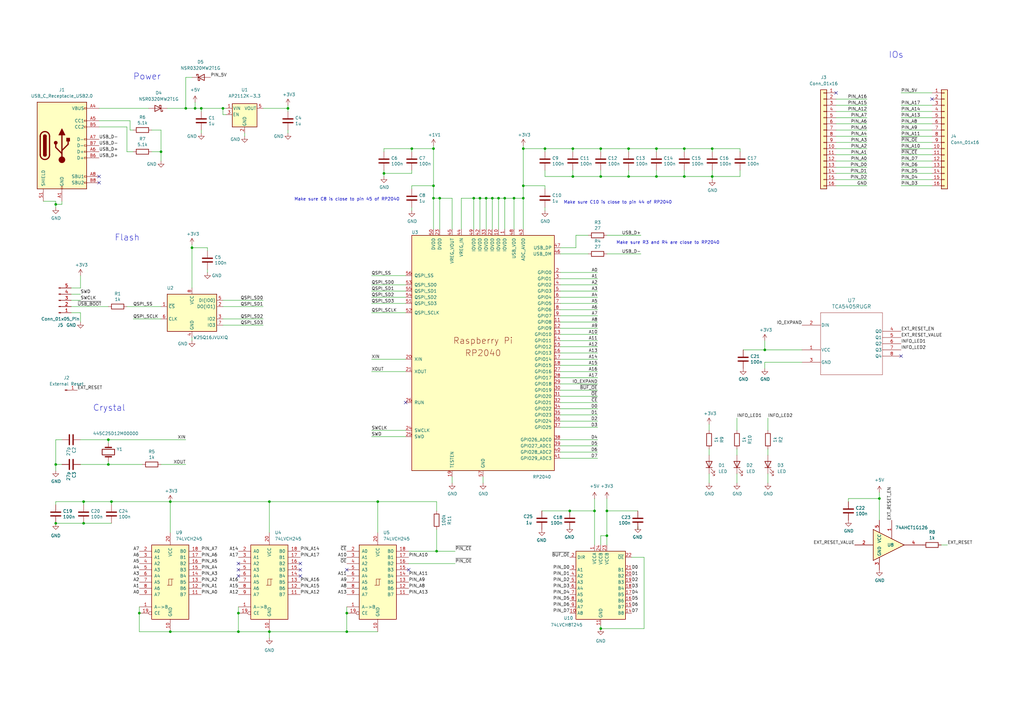
<source format=kicad_sch>
(kicad_sch (version 20231120) (generator "eeschema") (generator_version "8.0")
  (paper "A3")
  (title_block (title "PicoROM - ROM Emulator") (date "2023-07-09") (rev "1.7") (company "Martin Donlon (@wickerwaka)") (comment 1 "Based on RP2040 minimal example"))
  (junction (at 257.81 60.96))
  (junction (at 78.74 101.6))
  (junction (at 248.92 209.55))
  (junction (at 269.24 60.96))
  (junction (at 157.48 71.12))
  (junction (at 22.86 83.82))
  (junction (at 246.38 72.39))
  (junction (at 248.92 219.71))
  (junction (at 45.72 205.74))
  (junction (at 44.45 180.34))
  (junction (at 142.24 259.08))
  (junction (at 168.91 60.96))
  (junction (at 234.95 60.96))
  (junction (at 22.86 214.63))
  (junction (at 22.86 190.5))
  (junction (at 257.81 72.39))
  (junction (at 118.11 44.45))
  (junction (at 97.79 259.08))
  (junction (at 69.85 205.74))
  (junction (at 57.15 251.46))
  (junction (at 80.01 44.45))
  (junction (at 223.52 60.96))
  (junction (at 194.31 81.28))
  (junction (at 280.67 60.96))
  (junction (at 69.85 259.08))
  (junction (at 82.55 44.45))
  (junction (at 179.07 226.06))
  (junction (at 110.49 259.08))
  (junction (at 177.8 60.96))
  (junction (at 142.24 251.46))
  (junction (at 214.63 81.28))
  (junction (at 199.39 81.28))
  (junction (at 243.84 209.55))
  (junction (at 214.63 76.2))
  (junction (at 313.69 143.51))
  (junction (at 292.1 60.96))
  (junction (at 292.1 72.39))
  (junction (at 214.63 60.96))
  (junction (at 269.24 72.39))
  (junction (at 233.68 209.55))
  (junction (at 196.85 81.28))
  (junction (at 97.79 251.46))
  (junction (at 210.82 81.28))
  (junction (at 280.67 72.39))
  (junction (at 177.8 76.2))
  (junction (at 34.29 205.74))
  (junction (at 76.2 44.45))
  (junction (at 360.68 204.47))
  (junction (at 234.95 72.39))
  (junction (at 180.34 81.28))
  (junction (at 91.44 44.45))
  (junction (at 207.01 81.28))
  (junction (at 204.47 81.28))
  (junction (at 34.29 214.63))
  (junction (at 44.45 190.5))
  (junction (at 246.38 257.81))
  (junction (at 201.93 81.28))
  (junction (at 154.94 205.74))
  (junction (at 246.38 60.96))
  (junction (at 110.49 205.74))
  (junction (at 177.8 81.28))
  (junction (at 66.04 62.23))
  (no_connect (at 166.37 165.1))
  (no_connect (at 40.64 72.39))
  (no_connect (at 97.79 236.22))
  (no_connect (at 342.9 38.1))
  (no_connect (at 167.64 233.68))
  (no_connect (at 97.79 231.14))
  (no_connect (at 40.64 74.93))
  (no_connect (at 97.79 233.68))
  (no_connect (at 123.19 233.68))
  (no_connect (at 123.19 236.22))
  (no_connect (at 142.24 233.68))
  (no_connect (at 382.27 40.64))
  (no_connect (at 123.19 231.14))
  (no_connect (at 369.57 146.05))
  (wire (pts (xy 100.33 54.61) (xy 100.33 55.88)))
  (wire (pts (xy 313.69 139.7) (xy 313.69 143.51)))
  (wire (pts (xy 166.37 152.4) (xy 152.4 152.4)))
  (wire (pts (xy 85.09 110.49) (xy 85.09 111.76)))
  (wire (pts (xy 303.53 62.23) (xy 303.53 60.96)))
  (wire (pts (xy 269.24 69.85) (xy 269.24 72.39)))
  (wire (pts (xy 355.6 63.5) (xy 342.9 63.5)))
  (wire (pts (xy 45.72 205.74) (xy 34.29 205.74)))
  (wire (pts (xy 80.01 41.91) (xy 80.01 44.45)))
  (wire (pts (xy 233.68 215.9) (xy 233.68 217.17)))
  (wire (pts (xy 229.87 167.64) (xy 245.11 167.64)))
  (wire (pts (xy 369.57 58.42) (xy 382.27 58.42)))
  (wire (pts (xy 157.48 60.96) (xy 168.91 60.96)))
  (wire (pts (xy 369.57 68.58) (xy 382.27 68.58)))
  (wire (pts (xy 185.42 195.58) (xy 185.42 198.12)))
  (wire (pts (xy 302.26 171.45) (xy 302.26 176.53)))
  (wire (pts (xy 107.95 44.45) (xy 118.11 44.45)))
  (wire (pts (xy 33.02 190.5) (xy 44.45 190.5)))
  (wire (pts (xy 347.98 205.74) (xy 347.98 204.47)))
  (wire (pts (xy 40.64 52.07) (xy 52.07 52.07)))
  (wire (pts (xy 229.87 111.76) (xy 245.11 111.76)))
  (wire (pts (xy 29.21 120.65) (xy 33.02 120.65)))
  (wire (pts (xy 229.87 101.6) (xy 236.22 101.6)))
  (wire (pts (xy 194.31 93.98) (xy 194.31 81.28)))
  (wire (pts (xy 157.48 62.23) (xy 157.48 60.96)))
  (wire (pts (xy 91.44 44.45) (xy 91.44 46.99)))
  (wire (pts (xy 222.25 209.55) (xy 233.68 209.55)))
  (wire (pts (xy 229.87 149.86) (xy 245.11 149.86)))
  (wire (pts (xy 22.86 180.34) (xy 22.86 190.5)))
  (wire (pts (xy 91.44 123.19) (xy 107.95 123.19)))
  (wire (pts (xy 34.29 205.74) (xy 34.29 207.01)))
  (wire (pts (xy 92.71 46.99) (xy 91.44 46.99)))
  (wire (pts (xy 229.87 160.02) (xy 245.11 160.02)))
  (wire (pts (xy 248.92 209.55) (xy 261.62 209.55)))
  (wire (pts (xy 92.71 44.45) (xy 91.44 44.45)))
  (wire (pts (xy 229.87 142.24) (xy 245.11 142.24)))
  (wire (pts (xy 196.85 81.28) (xy 199.39 81.28)))
  (wire (pts (xy 177.8 81.28) (xy 177.8 93.98)))
  (wire (pts (xy 152.4 179.07) (xy 166.37 179.07)))
  (wire (pts (xy 57.15 259.08) (xy 69.85 259.08)))
  (wire (pts (xy 355.6 60.96) (xy 342.9 60.96)))
  (wire (pts (xy 40.64 49.53) (xy 53.34 49.53)))
  (wire (pts (xy 177.8 59.69) (xy 177.8 60.96)))
  (wire (pts (xy 199.39 81.28) (xy 201.93 81.28)))
  (wire (pts (xy 229.87 116.84) (xy 245.11 116.84)))
  (wire (pts (xy 229.87 144.78) (xy 245.11 144.78)))
  (wire (pts (xy 369.57 45.72) (xy 382.27 45.72)))
  (wire (pts (xy 229.87 172.72) (xy 245.11 172.72)))
  (wire (pts (xy 328.93 148.59) (xy 313.69 148.59)))
  (wire (pts (xy 22.86 205.74) (xy 22.86 207.01)))
  (wire (pts (xy 229.87 187.96) (xy 245.11 187.96)))
  (wire (pts (xy 40.64 44.45) (xy 60.96 44.45)))
  (wire (pts (xy 82.55 45.72) (xy 82.55 44.45)))
  (wire (pts (xy 207.01 81.28) (xy 210.82 81.28)))
  (wire (pts (xy 236.22 96.52) (xy 241.3 96.52)))
  (wire (pts (xy 44.45 180.34) (xy 76.2 180.34)))
  (wire (pts (xy 229.87 119.38) (xy 245.11 119.38)))
  (wire (pts (xy 22.86 82.55) (xy 22.86 83.82)))
  (wire (pts (xy 355.6 48.26) (xy 342.9 48.26)))
  (wire (pts (xy 168.91 62.23) (xy 168.91 60.96)))
  (wire (pts (xy 85.09 101.6) (xy 78.74 101.6)))
  (wire (pts (xy 207.01 81.28) (xy 207.01 93.98)))
  (wire (pts (xy 29.21 123.19) (xy 33.02 123.19)))
  (wire (pts (xy 269.24 60.96) (xy 280.67 60.96)))
  (wire (pts (xy 177.8 76.2) (xy 177.8 81.28)))
  (wire (pts (xy 25.4 180.34) (xy 22.86 180.34)))
  (wire (pts (xy 22.86 83.82) (xy 22.86 85.09)))
  (wire (pts (xy 185.42 81.28) (xy 180.34 81.28)))
  (wire (pts (xy 246.38 62.23) (xy 246.38 60.96)))
  (wire (pts (xy 69.85 259.08) (xy 97.79 259.08)))
  (wire (pts (xy 292.1 72.39) (xy 303.53 72.39)))
  (wire (pts (xy 152.4 147.32) (xy 166.37 147.32)))
  (wire (pts (xy 168.91 60.96) (xy 177.8 60.96)))
  (wire (pts (xy 246.38 69.85) (xy 246.38 72.39)))
  (wire (pts (xy 214.63 76.2) (xy 223.52 76.2)))
  (wire (pts (xy 280.67 60.96) (xy 292.1 60.96)))
  (wire (pts (xy 69.85 205.74) (xy 69.85 218.44)))
  (wire (pts (xy 292.1 60.96) (xy 303.53 60.96)))
  (wire (pts (xy 76.2 31.75) (xy 78.74 31.75)))
  (wire (pts (xy 347.98 204.47) (xy 360.68 204.47)))
  (wire (pts (xy 97.79 251.46) (xy 97.79 259.08)))
  (wire (pts (xy 257.81 69.85) (xy 257.81 72.39)))
  (wire (pts (xy 229.87 134.62) (xy 245.11 134.62)))
  (wire (pts (xy 167.64 226.06) (xy 179.07 226.06)))
  (wire (pts (xy 180.34 81.28) (xy 177.8 81.28)))
  (wire (pts (xy 52.07 62.23) (xy 54.61 62.23)))
  (wire (pts (xy 229.87 154.94) (xy 245.11 154.94)))
  (wire (pts (xy 34.29 214.63) (xy 45.72 214.63)))
  (wire (pts (xy 229.87 114.3) (xy 245.11 114.3)))
  (wire (pts (xy 76.2 44.45) (xy 80.01 44.45)))
  (wire (pts (xy 243.84 209.55) (xy 243.84 223.52)))
  (wire (pts (xy 45.72 205.74) (xy 69.85 205.74)))
  (wire (pts (xy 167.64 231.14) (xy 186.69 231.14)))
  (wire (pts (xy 152.4 119.38) (xy 166.37 119.38)))
  (wire (pts (xy 194.31 81.28) (xy 196.85 81.28)))
  (wire (pts (xy 369.57 63.5) (xy 382.27 63.5)))
  (wire (pts (xy 303.53 69.85) (xy 303.53 72.39)))
  (wire (pts (xy 29.21 125.73) (xy 44.45 125.73)))
  (wire (pts (xy 355.6 71.12) (xy 342.9 71.12)))
  (wire (pts (xy 313.69 148.59) (xy 313.69 151.13)))
  (wire (pts (xy 29.21 128.27) (xy 33.02 128.27)))
  (wire (pts (xy 52.07 125.73) (xy 66.04 125.73)))
  (wire (pts (xy 214.63 59.69) (xy 214.63 60.96)))
  (wire (pts (xy 91.44 133.35) (xy 107.95 133.35)))
  (wire (pts (xy 157.48 71.12) (xy 168.91 71.12)))
  (wire (pts (xy 29.21 118.11) (xy 33.02 118.11)))
  (wire (pts (xy 196.85 93.98) (xy 196.85 81.28)))
  (wire (pts (xy 223.52 77.47) (xy 223.52 76.2)))
  (wire (pts (xy 360.68 201.93) (xy 360.68 204.47)))
  (wire (pts (xy 33.02 180.34) (xy 44.45 180.34)))
  (wire (pts (xy 54.61 130.81) (xy 66.04 130.81)))
  (wire (pts (xy 44.45 189.23) (xy 44.45 190.5)))
  (wire (pts (xy 257.81 62.23) (xy 257.81 60.96)))
  (wire (pts (xy 229.87 180.34) (xy 245.11 180.34)))
  (wire (pts (xy 179.07 226.06) (xy 186.69 226.06)))
  (wire (pts (xy 229.87 129.54) (xy 245.11 129.54)))
  (wire (pts (xy 246.38 219.71) (xy 246.38 223.52)))
  (wire (pts (xy 269.24 72.39) (xy 257.81 72.39)))
  (wire (pts (xy 33.02 118.11) (xy 33.02 113.03)))
  (wire (pts (xy 290.83 184.15) (xy 290.83 186.69)))
  (wire (pts (xy 248.92 209.55) (xy 248.92 219.71)))
  (wire (pts (xy 355.6 45.72) (xy 342.9 45.72)))
  (wire (pts (xy 229.87 170.18) (xy 245.11 170.18)))
  (wire (pts (xy 91.44 44.45) (xy 82.55 44.45)))
  (wire (pts (xy 152.4 124.46) (xy 166.37 124.46)))
  (wire (pts (xy 44.45 190.5) (xy 58.42 190.5)))
  (wire (pts (xy 68.58 44.45) (xy 76.2 44.45)))
  (wire (pts (xy 78.74 100.33) (xy 78.74 101.6)))
  (wire (pts (xy 292.1 72.39) (xy 292.1 73.66)))
  (wire (pts (xy 229.87 104.14) (xy 241.3 104.14)))
  (wire (pts (xy 314.96 171.45) (xy 314.96 176.53)))
  (wire (pts (xy 22.86 214.63) (xy 34.29 214.63)))
  (wire (pts (xy 204.47 81.28) (xy 207.01 81.28)))
  (wire (pts (xy 369.57 43.18) (xy 382.27 43.18)))
  (wire (pts (xy 97.79 259.08) (xy 110.49 259.08)))
  (wire (pts (xy 369.57 76.2) (xy 382.27 76.2)))
  (wire (pts (xy 179.07 209.55) (xy 179.07 205.74)))
  (wire (pts (xy 243.84 204.47) (xy 243.84 209.55)))
  (wire (pts (xy 229.87 124.46) (xy 245.11 124.46)))
  (wire (pts (xy 229.87 162.56) (xy 245.11 162.56)))
  (wire (pts (xy 248.92 219.71) (xy 246.38 219.71)))
  (wire (pts (xy 82.55 53.34) (xy 82.55 54.61)))
  (wire (pts (xy 229.87 185.42) (xy 245.11 185.42)))
  (wire (pts (xy 223.52 85.09) (xy 223.52 86.36)))
  (wire (pts (xy 355.6 73.66) (xy 342.9 73.66)))
  (wire (pts (xy 214.63 81.28) (xy 214.63 93.98)))
  (wire (pts (xy 369.57 71.12) (xy 382.27 71.12)))
  (wire (pts (xy 57.15 248.92) (xy 57.15 251.46)))
  (wire (pts (xy 22.86 190.5) (xy 22.86 193.04)))
  (wire (pts (xy 189.23 93.98) (xy 189.23 81.28)))
  (wire (pts (xy 177.8 60.96) (xy 177.8 76.2)))
  (wire (pts (xy 229.87 121.92) (xy 245.11 121.92)))
  (wire (pts (xy 302.26 194.31) (xy 302.26 198.12)))
  (wire (pts (xy 248.92 204.47) (xy 248.92 209.55)))
  (wire (pts (xy 280.67 62.23) (xy 280.67 60.96)))
  (wire (pts (xy 204.47 93.98) (xy 204.47 81.28)))
  (wire (pts (xy 44.45 181.61) (xy 44.45 180.34)))
  (wire (pts (xy 369.57 53.34) (xy 382.27 53.34)))
  (wire (pts (xy 257.81 60.96) (xy 269.24 60.96)))
  (wire (pts (xy 152.4 176.53) (xy 166.37 176.53)))
  (wire (pts (xy 210.82 93.98) (xy 210.82 81.28)))
  (wire (pts (xy 234.95 69.85) (xy 234.95 72.39)))
  (wire (pts (xy 369.57 38.1) (xy 382.27 38.1)))
  (wire (pts (xy 91.44 125.73) (xy 107.95 125.73)))
  (wire (pts (xy 198.12 195.58) (xy 198.12 198.12)))
  (wire (pts (xy 248.92 219.71) (xy 248.92 223.52)))
  (wire (pts (xy 233.68 209.55) (xy 243.84 209.55)))
  (wire (pts (xy 369.57 50.8) (xy 382.27 50.8)))
  (wire (pts (xy 76.2 31.75) (xy 76.2 44.45)))
  (wire (pts (xy 53.34 49.53) (xy 53.34 53.34)))
  (wire (pts (xy 168.91 77.47) (xy 168.91 76.2)))
  (wire (pts (xy 25.4 82.55) (xy 25.4 83.82)))
  (wire (pts (xy 246.38 60.96) (xy 257.81 60.96)))
  (wire (pts (xy 168.91 85.09) (xy 168.91 86.36)))
  (wire (pts (xy 248.92 104.14) (xy 262.89 104.14)))
  (wire (pts (xy 179.07 217.17) (xy 179.07 226.06)))
  (wire (pts (xy 355.6 76.2) (xy 342.9 76.2)))
  (wire (pts (xy 210.82 81.28) (xy 214.63 81.28)))
  (wire (pts (xy 355.6 50.8) (xy 342.9 50.8)))
  (wire (pts (xy 168.91 76.2) (xy 177.8 76.2)))
  (wire (pts (xy 386.08 223.52) (xy 388.62 223.52)))
  (wire (pts (xy 246.38 257.81) (xy 246.38 256.54)))
  (wire (pts (xy 302.26 184.15) (xy 302.26 186.69)))
  (wire (pts (xy 66.04 190.5) (xy 76.2 190.5)))
  (wire (pts (xy 66.04 53.34) (xy 66.04 62.23)))
  (wire (pts (xy 257.81 72.39) (xy 246.38 72.39)))
  (wire (pts (xy 290.83 194.31) (xy 290.83 198.12)))
  (wire (pts (xy 355.6 58.42) (xy 342.9 58.42)))
  (wire (pts (xy 22.86 82.55) (xy 17.78 82.55)))
  (wire (pts (xy 52.07 52.07) (xy 52.07 62.23)))
  (wire (pts (xy 229.87 127) (xy 245.11 127)))
  (wire (pts (xy 78.74 138.43) (xy 78.74 139.7)))
  (wire (pts (xy 33.02 128.27) (xy 33.02 132.08)))
  (wire (pts (xy 168.91 71.12) (xy 168.91 69.85)))
  (wire (pts (xy 214.63 60.96) (xy 223.52 60.96)))
  (wire (pts (xy 292.1 69.85) (xy 292.1 72.39)))
  (wire (pts (xy 91.44 130.81) (xy 107.95 130.81)))
  (wire (pts (xy 259.08 228.6) (xy 264.16 228.6)))
  (wire (pts (xy 264.16 228.6) (xy 264.16 257.81)))
  (wire (pts (xy 236.22 96.52) (xy 236.22 101.6)))
  (wire (pts (xy 22.86 205.74) (xy 34.29 205.74)))
  (wire (pts (xy 328.93 143.51) (xy 313.69 143.51)))
  (wire (pts (xy 62.23 53.34) (xy 66.04 53.34)))
  (wire (pts (xy 234.95 62.23) (xy 234.95 60.96)))
  (wire (pts (xy 229.87 147.32) (xy 245.11 147.32)))
  (wire (pts (xy 118.11 53.34) (xy 118.11 54.61)))
  (wire (pts (xy 234.95 60.96) (xy 246.38 60.96)))
  (wire (pts (xy 360.68 204.47) (xy 360.68 213.36)))
  (wire (pts (xy 355.6 66.04) (xy 342.9 66.04)))
  (wire (pts (xy 261.62 215.9) (xy 261.62 217.17)))
  (wire (pts (xy 229.87 157.48) (xy 245.11 157.48)))
  (wire (pts (xy 25.4 83.82) (xy 22.86 83.82)))
  (wire (pts (xy 264.16 257.81) (xy 246.38 257.81)))
  (wire (pts (xy 248.92 96.52) (xy 262.89 96.52)))
  (wire (pts (xy 180.34 93.98) (xy 180.34 81.28)))
  (wire (pts (xy 229.87 152.4) (xy 245.11 152.4)))
  (wire (pts (xy 157.48 71.12) (xy 157.48 72.39)))
  (wire (pts (xy 355.6 43.18) (xy 342.9 43.18)))
  (wire (pts (xy 110.49 259.08) (xy 142.24 259.08)))
  (wire (pts (xy 201.93 93.98) (xy 201.93 81.28)))
  (wire (pts (xy 110.49 259.08) (xy 110.49 261.62)))
  (wire (pts (xy 154.94 205.74) (xy 154.94 218.44)))
  (wire (pts (xy 229.87 175.26) (xy 245.11 175.26)))
  (wire (pts (xy 69.85 205.74) (xy 110.49 205.74)))
  (wire (pts (xy 45.72 207.01) (xy 45.72 205.74)))
  (wire (pts (xy 369.57 48.26) (xy 382.27 48.26)))
  (wire (pts (xy 223.52 62.23) (xy 223.52 60.96)))
  (wire (pts (xy 80.01 44.45) (xy 82.55 44.45)))
  (wire (pts (xy 314.96 194.31) (xy 314.96 198.12)))
  (wire (pts (xy 214.63 76.2) (xy 214.63 81.28)))
  (wire (pts (xy 189.23 81.28) (xy 194.31 81.28)))
  (wire (pts (xy 78.74 101.6) (xy 78.74 118.11)))
  (wire (pts (xy 280.67 72.39) (xy 269.24 72.39)))
  (wire (pts (xy 223.52 69.85) (xy 223.52 72.39)))
  (wire (pts (xy 214.63 60.96) (xy 214.63 76.2)))
  (wire (pts (xy 229.87 165.1) (xy 245.11 165.1)))
  (wire (pts (xy 292.1 62.23) (xy 292.1 60.96)))
  (wire (pts (xy 355.6 40.64) (xy 342.9 40.64)))
  (wire (pts (xy 280.67 69.85) (xy 280.67 72.39)))
  (wire (pts (xy 118.11 44.45) (xy 118.11 43.18)))
  (wire (pts (xy 201.93 81.28) (xy 204.47 81.28)))
  (wire (pts (xy 179.07 205.74) (xy 154.94 205.74)))
  (wire (pts (xy 110.49 205.74) (xy 110.49 218.44)))
  (wire (pts (xy 229.87 182.88) (xy 245.11 182.88)))
  (wire (pts (xy 369.57 55.88) (xy 382.27 55.88)))
  (wire (pts (xy 25.4 190.5) (xy 22.86 190.5)))
  (wire (pts (xy 66.04 62.23) (xy 62.23 62.23)))
  (wire (pts (xy 355.6 68.58) (xy 342.9 68.58)))
  (wire (pts (xy 246.38 72.39) (xy 234.95 72.39)))
  (wire (pts (xy 229.87 139.7) (xy 245.11 139.7)))
  (wire (pts (xy 269.24 62.23) (xy 269.24 60.96)))
  (wire (pts (xy 185.42 93.98) (xy 185.42 81.28)))
  (wire (pts (xy 142.24 259.08) (xy 154.94 259.08)))
  (wire (pts (xy 166.37 128.27) (xy 152.4 128.27)))
  (wire (pts (xy 234.95 72.39) (xy 223.52 72.39)))
  (wire (pts (xy 157.48 69.85) (xy 157.48 71.12)))
  (wire (pts (xy 369.57 60.96) (xy 382.27 60.96)))
  (wire (pts (xy 314.96 184.15) (xy 314.96 186.69)))
  (wire (pts (xy 152.4 121.92) (xy 166.37 121.92)))
  (wire (pts (xy 142.24 251.46) (xy 142.24 259.08)))
  (wire (pts (xy 152.4 116.84) (xy 166.37 116.84)))
  (wire (pts (xy 229.87 137.16) (xy 245.11 137.16)))
  (wire (pts (xy 355.6 53.34) (xy 342.9 53.34)))
  (wire (pts (xy 85.09 102.87) (xy 85.09 101.6)))
  (wire (pts (xy 110.49 205.74) (xy 154.94 205.74)))
  (wire (pts (xy 53.34 53.34) (xy 54.61 53.34)))
  (wire (pts (xy 118.11 45.72) (xy 118.11 44.45)))
  (wire (pts (xy 66.04 62.23) (xy 66.04 66.04)))
  (wire (pts (xy 97.79 248.92) (xy 97.79 251.46)))
  (wire (pts (xy 199.39 93.98) (xy 199.39 81.28)))
  (wire (pts (xy 57.15 251.46) (xy 57.15 259.08)))
  (wire (pts (xy 229.87 132.08) (xy 245.11 132.08)))
  (wire (pts (xy 355.6 55.88) (xy 342.9 55.88)))
  (wire (pts (xy 142.24 248.92) (xy 142.24 251.46)))
  (wire (pts (xy 280.67 72.39) (xy 292.1 72.39)))
  (wire (pts (xy 223.52 60.96) (xy 234.95 60.96)))
  (wire (pts (xy 290.83 173.99) (xy 290.83 176.53)))
  (wire (pts (xy 304.8 143.51) (xy 313.69 143.51)))
  (wire (pts (xy 166.37 113.03) (xy 152.4 113.03)))
  (wire (pts (xy 369.57 73.66) (xy 382.27 73.66)))
  (wire (pts (xy 369.57 66.04) (xy 382.27 66.04)))
  (text "Flash" (at 46.99 99.06 0) (effects (font (size 2.54 2.54)) (justify left bottom)))
  (text "Power" (at 54.61 33.02 0) (effects (font (size 2.54 2.54)) (justify left bottom)))
  (text "Make sure R3 and R4 are close to RP2040" (at 252.73 100.33 0) (effects (font (size 1.27 1.27)) (justify left bottom)))
  (text "Crystal" (at 38.1 168.91 0) (effects (font (size 2.54 2.54)) (justify left bottom)))
  (text "IOs" (at 364.49 24.13 0) (effects (font (size 2.54 2.54)) (justify left bottom)))
  (text "Make sure C8 is close to pin 45 of RP2040" (at 120.65 82.55 0) (effects (font (size 1.27 1.27)) (justify left bottom)))
  (text "Make sure C10 is close to pin 44 of RP2040" (at 231.14 83.82 0) (effects (font (size 1.27 1.27)) (justify left bottom)))
  (label "A3" (at 57.15 236.22 180))
  (label "PIN_A1" (at 82.55 241.3 0))
  (label "PIN_A5" (at 82.55 231.14 0))
  (label "PIN_A2" (at 82.55 238.76 0))
  (label "PIN_A4" (at 82.55 233.68 0))
  (label "D7" (at 259.08 251.46 0))
  (label "D2" (at 259.08 238.76 0))
  (label "XOUT" (at 76.2 190.5 180))
  (label "PIN_A13" (at 167.64 243.84 0))
  (label "PIN_D1" (at 233.68 236.22 180))
  (label "A8" (at 245.11 132.08 180))
  (label "~{USB_BOOT}" (at 31.75 125.73 0))
  (label "PIN_A17" (at 369.57 43.18 0))
  (label "A1" (at 245.11 114.3 180))
  (label "~{BUF_OE}" (at 245.11 160.02 180))
  (label "A2" (at 57.15 238.76 180))
  (label "QSPI_SD3" (at 152.4 124.46 0))
  (label "USB_D+" (at 40.64 64.77 0))
  (label "PIN_5V" (at 369.57 38.1 0))
  (label "D5" (at 245.11 182.88 180))
  (label "INFO_LED1" (at 302.26 171.45 0))
  (label "PIN_A4" (at 355.6 55.88 180))
  (label "A17" (at 97.79 228.6 180))
  (label "USB_D+" (at 40.64 62.23 0))
  (label "PIN_D6" (at 369.57 68.58 0))
  (label "EXT_RESET_EN" (at 369.57 135.89 0))
  (label "XOUT" (at 152.4 152.4 0))
  (label "PIN_A1" (at 355.6 63.5 180))
  (label "D6" (at 245.11 185.42 180))
  (label "QSPI_SD0" (at 152.4 116.84 0))
  (label "PIN_A0" (at 355.6 66.04 180))
  (label "A0" (at 245.11 111.76 180))
  (label "PIN_D2" (at 355.6 73.66 180))
  (label "SWCLK" (at 33.02 123.19 0))
  (label "A2" (at 245.11 116.84 180))
  (label "D3" (at 245.11 175.26 180))
  (label "A0" (at 57.15 243.84 180))
  (label "A11" (at 245.11 139.7 180))
  (label "QSPI_SD0" (at 107.95 123.19 180))
  (label "SWCLK" (at 152.4 176.53 0))
  (label "A16" (at 97.79 238.76 180))
  (label "D4" (at 245.11 180.34 180))
  (label "D7" (at 245.11 187.96 180))
  (label "PIN_5V" (at 86.36 31.75 0))
  (label "EXT_RESET" (at 388.62 223.52 0))
  (label "PIN_D0" (at 233.68 233.68 180))
  (label "A12" (at 97.79 243.84 180))
  (label "IO_EXPAND" (at 328.93 133.35 180))
  (label "A10" (at 245.11 137.16 180))
  (label "A5" (at 245.11 124.46 180))
  (label "A12" (at 245.11 142.24 180))
  (label "~{CE}" (at 142.24 226.06 180))
  (label "PIN_A5" (at 355.6 53.34 180))
  (label "USB_D-" (at 262.89 104.14 180))
  (label "PIN_A2" (at 355.6 60.96 180))
  (label "PIN_A11" (at 369.57 55.88 0))
  (label "PIN_A12" (at 123.19 243.84 0))
  (label "PIN_A3" (at 355.6 58.42 180))
  (label "PIN_A8" (at 167.64 241.3 0))
  (label "SWD" (at 33.02 120.65 0))
  (label "PIN_A8" (at 369.57 50.8 0))
  (label "QSPI_SD1" (at 107.95 125.73 180))
  (label "PIN_D3" (at 233.68 241.3 180))
  (label "D0" (at 259.08 233.68 0))
  (label "~{CE}" (at 245.11 165.1 180))
  (label "PIN_A7" (at 355.6 48.26 180))
  (label "SWD" (at 152.4 179.07 0))
  (label "PIN_A6" (at 355.6 50.8 180))
  (label "EXT_RESET_EN" (at 365.76 213.36 90))
  (label "PIN_A6" (at 82.55 228.6 0))
  (label "A4" (at 245.11 121.92 180))
  (label "A13" (at 245.11 144.78 180))
  (label "QSPI_SS" (at 152.4 113.03 0))
  (label "PIN_A10" (at 369.57 60.96 0))
  (label "USB_D-" (at 40.64 59.69 0))
  (label "PIN_D3" (at 369.57 76.2 0))
  (label "A1" (at 57.15 241.3 180))
  (label "QSPI_SCLK" (at 54.61 130.81 0))
  (label "QSPI_SD3" (at 107.95 133.35 180))
  (label "PIN_A11" (at 167.64 236.22 0))
  (label "QSPI_SS" (at 54.61 125.73 0))
  (label "PIN_D4" (at 369.57 73.66 0))
  (label "PIN_A9" (at 369.57 53.34 0))
  (label "D1" (at 245.11 170.18 180))
  (label "~{BUF_OE}" (at 233.68 228.6 180))
  (label "PIN_A10" (at 167.64 228.6 0))
  (label "IO_EXPAND" (at 245.11 157.48 180))
  (label "PIN_A12" (at 355.6 45.72 180))
  (label "XIN" (at 76.2 180.34 180))
  (label "PIN_A3" (at 82.55 236.22 0))
  (label "PIN_A13" (at 369.57 48.26 0))
  (label "PIN_A16" (at 123.19 238.76 0))
  (label "~{PIN_OE}" (at 369.57 58.42 0))
  (label "EXT_RESET_VALUE" (at 369.57 138.43 0))
  (label "A9" (at 142.24 238.76 180))
  (label "INFO_LED2" (at 314.96 171.45 0))
  (label "D2" (at 245.11 172.72 180))
  (label "A13" (at 142.24 243.84 180))
  (label "~{OE}" (at 142.24 231.14 180))
  (label "A15" (at 245.11 149.86 180))
  (label "~{PIN_CE}" (at 186.69 226.06 0))
  (label "D3" (at 259.08 241.3 0))
  (label "~{OE}" (at 245.11 162.56 180))
  (label "XIN" (at 152.4 147.32 0))
  (label "A16" (at 245.11 152.4 180))
  (label "PIN_A14" (at 123.19 226.06 0))
  (label "A14" (at 245.11 147.32 180))
  (label "A14" (at 97.79 226.06 180))
  (label "EXT_RESET_VALUE" (at 350.52 223.52 180))
  (label "A5" (at 57.15 231.14 180))
  (label "INFO_LED2" (at 369.57 143.51 0))
  (label "PIN_A7" (at 82.55 226.06 0))
  (label "PIN_D5" (at 233.68 246.38 180))
  (label "PIN_A16" (at 355.6 40.64 180))
  (label "PIN_A15" (at 123.19 241.3 0))
  (label "QSPI_SD2" (at 107.95 130.81 180))
  (label "A6" (at 57.15 228.6 180))
  (label "PIN_D7" (at 369.57 66.04 0))
  (label "D1" (at 259.08 236.22 0))
  (label "QSPI_SD1" (at 152.4 119.38 0))
  (label "A10" (at 142.24 228.6 180))
  (label "PIN_D4" (at 233.68 243.84 180))
  (label "USB_D-" (at 40.64 57.15 0))
  (label "A6" (at 245.11 127 180))
  (label "A7" (at 245.11 129.54 180))
  (label "~{PIN_OE}" (at 186.69 231.14 0))
  (label "PIN_D5" (at 369.57 71.12 0))
  (label "EXT_RESET" (at 31.75 160.02 0))
  (label "PIN_D0" (at 355.6 68.58 180))
  (label "A3" (at 245.11 119.38 180))
  (label "~{PIN_CE}" (at 369.57 63.5 0))
  (label "PIN_A0" (at 82.55 243.84 0))
  (label "PIN_D6" (at 233.68 248.92 180))
  (label "A8" (at 142.24 241.3 180))
  (label "A11" (at 142.24 236.22 180))
  (label "GND" (at 355.6 76.2 180))
  (label "A9" (at 245.11 134.62 180))
  (label "PIN_A14" (at 369.57 45.72 0))
  (label "PIN_A17" (at 123.19 228.6 0))
  (label "PIN_D1" (at 355.6 71.12 180))
  (label "PIN_A9" (at 167.64 238.76 0))
  (label "USB_D+" (at 262.89 96.52 180))
  (label "D6" (at 259.08 248.92 0))
  (label "D4" (at 259.08 243.84 0))
  (label "PIN_D7" (at 233.68 251.46 180))
  (label "D5" (at 259.08 246.38 0))
  (label "QSPI_SCLK" (at 152.4 128.27 0))
  (label "A7" (at 57.15 226.06 180))
  (label "D0" (at 245.11 167.64 180))
  (label "PIN_A15" (at 355.6 43.18 180))
  (label "QSPI_SD2" (at 152.4 121.92 0))
  (label "A17" (at 245.11 154.94 180))
  (label "PIN_D2" (at 233.68 238.76 180))
  (label "INFO_LED1" (at 369.57 140.97 0))
  (label "A15" (at 97.79 241.3 180))
  (label "A4" (at 57.15 233.68 180))
  (symbol (lib_id "MCU_RaspberryPi_RP2040:RP2040") (at 198.12 144.78 0) (unit 1)
    (property "Reference" "U3" (at 170.18 95.25 0))
    (property "Value" "RP2040" (at 222.25 195.58 0))
    (property "Footprint" "PicoROM:RP2040-QFN-56" (effects (hide yes)))
    (property "MPN" "C2040" (effects (hide yes)))
  )
  (symbol (lib_id "Device:C") (at 29.21 180.34 270) (unit 1)
    (property "Reference" "C2" (at 30.3784 183.261 0) (effects (justify left)))
    (property "Value" "27p" (at 28.067 183.261 0) (effects (justify left)))
    (property "Footprint" "Capacitor_SMD:C_0402_1005Metric" (effects (hide yes)))
    (property "MPN" "C1557" (effects (hide yes)))
  )
  (symbol (lib_id "Device:C") (at 29.21 190.5 270) (unit 1)
    (property "Reference" "C3" (at 30.3784 193.421 0) (effects (justify left)))
    (property "Value" "27p" (at 28.067 193.421 0) (effects (justify left)))
    (property "Footprint" "Capacitor_SMD:C_0402_1005Metric" (effects (hide yes)))
    (property "MPN" "C1557" (effects (hide yes)))
  )
  (symbol (lib_id "power:GND") (at 22.86 193.04 0) (unit 1)
    (property "Reference" "#PWR06" (effects (hide yes)))
    (property "Value" "GND" (at 22.987 197.4342 0))
  )
  (symbol (lib_id "Memory_Flash:W25Q128JVS") (at 78.74 128.27 0) (unit 1)
    (property "Reference" "U2" (at 69.85 118.11 0))
    (property "Value" "W25Q16JVUXIQ" (at 86.36 138.43 0))
    (property "Footprint" "Package_SON:Winbond_USON-8-1EP_3x2mm_P0.5mm_EP0.2x1.6mm" (effects (hide yes)))
    (property "Datasheet" "http://www.winbond.com/resource-files/w25q128jv_dtr%20revc%2003272018%20plus.pdf" (effects (hide yes)))
    (property "MPN" "C2843335" (effects (hide yes)))
  )
  (symbol (lib_id "power:+3V3") (at 78.74 100.33 0) (unit 1)
    (property "Reference" "#PWR07" (effects (hide yes)))
    (property "Value" "+3V3" (at 79.121 95.9358 0))
  )
  (symbol (lib_id "power:GND") (at 78.74 139.7 0) (unit 1)
    (property "Reference" "#PWR08" (effects (hide yes)))
    (property "Value" "GND" (at 74.93 140.97 0))
  )
  (symbol (lib_id "Device:R") (at 48.26 125.73 270) (unit 1)
    (property "Reference" "R1" (at 48.26 120.4722 90))
    (property "Value" "1k" (at 48.26 122.7836 90))
    (property "Footprint" "Resistor_SMD:R_0201_0603Metric" (effects (hide yes)))
    (property "MPN" "C270335" (effects (hide yes)))
  )
  (symbol (lib_id "Device:C") (at 85.09 106.68 0) (unit 1)
    (property "Reference" "C5" (at 88.011 105.5116 0) (effects (justify left)))
    (property "Value" "100n" (at 88.011 107.823 0) (effects (justify left)))
    (property "Footprint" "Capacitor_SMD:C_0201_0603Metric" (effects (hide yes)))
    (property "MPN" "C1525" (effects (hide yes)))
  )
  (symbol (lib_id "power:GND") (at 85.09 111.76 0) (unit 1)
    (property "Reference" "#PWR011" (effects (hide yes)))
    (property "Value" "GND" (at 88.9 113.03 0))
  )
  (symbol (lib_id "power:GND") (at 198.12 198.12 0) (unit 1)
    (property "Reference" "#PWR016" (effects (hide yes)))
    (property "Value" "GND" (at 198.247 202.5142 0))
  )
  (symbol (lib_id "power:GND") (at 185.42 198.12 0) (unit 1)
    (property "Reference" "#PWR015" (effects (hide yes)))
    (property "Value" "GND" (at 185.547 202.5142 0))
  )
  (symbol (lib_id "Device:R") (at 245.11 96.52 270) (unit 1)
    (property "Reference" "R3" (at 245.11 91.2622 90))
    (property "Value" "27" (at 245.11 93.5736 90))
    (property "Footprint" "Resistor_SMD:R_0201_0603Metric" (effects (hide yes)))
    (property "MPN" "C273268" (effects (hide yes)))
  )
  (symbol (lib_id "Device:R") (at 245.11 104.14 270) (unit 1)
    (property "Reference" "R4" (at 245.11 98.8822 90))
    (property "Value" "27" (at 245.11 101.1936 90))
    (property "Footprint" "Resistor_SMD:R_0201_0603Metric" (effects (hide yes)))
    (property "MPN" "C273268" (effects (hide yes)))
  )
  (symbol (lib_id "power:GND") (at 22.86 85.09 0) (unit 1)
    (property "Reference" "#PWR01" (effects (hide yes)))
    (property "Value" "GND" (at 22.987 89.4842 0))
  )
  (symbol (lib_id "power:+3V3") (at 214.63 59.69 0) (unit 1)
    (property "Reference" "#PWR017" (effects (hide yes)))
    (property "Value" "+3V3" (at 215.011 55.2958 0))
  )
  (symbol (lib_id "power:+1V1") (at 177.8 59.69 0) (unit 1)
    (property "Reference" "#PWR014" (effects (hide yes)))
    (property "Value" "+1V1" (at 178.181 55.2958 0))
  )
  (symbol (lib_id "Device:C") (at 223.52 66.04 0) (unit 1)
    (property "Reference" "C9" (at 226.441 64.8716 0) (effects (justify left)))
    (property "Value" "100n" (at 226.441 67.183 0) (effects (justify left)))
    (property "Footprint" "Capacitor_SMD:C_0201_0603Metric" (effects (hide yes)))
    (property "MPN" "C1525" (effects (hide yes)))
  )
  (symbol (lib_id "Device:C") (at 234.95 66.04 0) (unit 1)
    (property "Reference" "C11" (at 237.871 64.8716 0) (effects (justify left)))
    (property "Value" "100n" (at 237.871 67.183 0) (effects (justify left)))
    (property "Footprint" "Capacitor_SMD:C_0201_0603Metric" (effects (hide yes)))
    (property "MPN" "C1525" (effects (hide yes)))
  )
  (symbol (lib_id "Device:C") (at 246.38 66.04 0) (unit 1)
    (property "Reference" "C12" (at 249.301 64.8716 0) (effects (justify left)))
    (property "Value" "100n" (at 249.301 67.183 0) (effects (justify left)))
    (property "Footprint" "Capacitor_SMD:C_0201_0603Metric" (effects (hide yes)))
    (property "MPN" "C1525" (effects (hide yes)))
  )
  (symbol (lib_id "Device:C") (at 257.81 66.04 0) (unit 1)
    (property "Reference" "C13" (at 260.731 64.8716 0) (effects (justify left)))
    (property "Value" "100n" (at 260.731 67.183 0) (effects (justify left)))
    (property "Footprint" "Capacitor_SMD:C_0201_0603Metric" (effects (hide yes)))
    (property "MPN" "C1525" (effects (hide yes)))
  )
  (symbol (lib_id "Device:C") (at 269.24 66.04 0) (unit 1)
    (property "Reference" "C14" (at 272.161 64.8716 0) (effects (justify left)))
    (property "Value" "100n" (at 272.161 67.183 0) (effects (justify left)))
    (property "Footprint" "Capacitor_SMD:C_0201_0603Metric" (effects (hide yes)))
    (property "MPN" "C1525" (effects (hide yes)))
  )
  (symbol (lib_id "Device:C") (at 280.67 66.04 0) (unit 1)
    (property "Reference" "C15" (at 283.591 64.8716 0) (effects (justify left)))
    (property "Value" "100n" (at 283.591 67.183 0) (effects (justify left)))
    (property "Footprint" "Capacitor_SMD:C_0201_0603Metric" (effects (hide yes)))
    (property "MPN" "C1525" (effects (hide yes)))
  )
  (symbol (lib_id "Device:C") (at 292.1 66.04 0) (unit 1)
    (property "Reference" "C16" (at 295.021 64.8716 0) (effects (justify left)))
    (property "Value" "100n" (at 295.021 67.183 0) (effects (justify left)))
    (property "Footprint" "Capacitor_SMD:C_0201_0603Metric" (effects (hide yes)))
    (property "MPN" "C1525" (effects (hide yes)))
  )
  (symbol (lib_id "Device:C") (at 157.48 66.04 0) (unit 1)
    (property "Reference" "C6" (at 160.401 64.8716 0) (effects (justify left)))
    (property "Value" "100n" (at 160.401 67.183 0) (effects (justify left)))
    (property "Footprint" "Capacitor_SMD:C_0201_0603Metric" (effects (hide yes)))
    (property "MPN" "C1525" (effects (hide yes)))
  )
  (symbol (lib_id "Device:C") (at 168.91 66.04 0) (unit 1)
    (property "Reference" "C7" (at 171.831 64.8716 0) (effects (justify left)))
    (property "Value" "100n" (at 171.831 67.183 0) (effects (justify left)))
    (property "Footprint" "Capacitor_SMD:C_0201_0603Metric" (effects (hide yes)))
    (property "MPN" "C1525" (effects (hide yes)))
  )
  (symbol (lib_id "Device:C") (at 168.91 81.28 0) (unit 1)
    (property "Reference" "C8" (at 171.831 80.1116 0) (effects (justify left)))
    (property "Value" "1u" (at 171.831 82.423 0) (effects (justify left)))
    (property "Footprint" "Capacitor_SMD:C_0402_1005Metric" (effects (hide yes)))
    (property "MPN" "C52923" (effects (hide yes)))
  )
  (symbol (lib_id "Device:C") (at 223.52 81.28 0) (unit 1)
    (property "Reference" "C10" (at 226.441 80.1116 0) (effects (justify left)))
    (property "Value" "1u" (at 226.441 82.423 0) (effects (justify left)))
    (property "Footprint" "Capacitor_SMD:C_0402_1005Metric" (effects (hide yes)))
    (property "MPN" "C52923" (effects (hide yes)))
  )
  (symbol (lib_id "power:GND") (at 292.1 73.66 0) (unit 1)
    (property "Reference" "#PWR023" (effects (hide yes)))
    (property "Value" "GND" (at 292.227 78.0542 0))
  )
  (symbol (lib_id "power:GND") (at 157.48 72.39 0) (unit 1)
    (property "Reference" "#PWR012" (effects (hide yes)))
    (property "Value" "GND" (at 157.607 76.7842 0))
  )
  (symbol (lib_id "power:GND") (at 168.91 86.36 0) (unit 1)
    (property "Reference" "#PWR013" (effects (hide yes)))
    (property "Value" "GND" (at 169.037 90.7542 0))
  )
  (symbol (lib_id "power:GND") (at 223.52 86.36 0) (unit 1)
    (property "Reference" "#PWR018" (effects (hide yes)))
    (property "Value" "GND" (at 223.647 90.7542 0))
  )
  (symbol (lib_id "power:GND") (at 100.33 55.88 0) (unit 1)
    (property "Reference" "#PWR05" (effects (hide yes)))
    (property "Value" "GND" (at 96.52 57.15 0))
  )
  (symbol (lib_id "power:+3V3") (at 118.11 43.18 0) (unit 1)
    (property "Reference" "#PWR09" (effects (hide yes)))
    (property "Value" "+3V3" (at 118.491 38.7858 0))
  )
  (symbol (lib_id "Device:C") (at 82.55 49.53 0) (unit 1)
    (property "Reference" "C1" (at 85.471 48.3616 0) (effects (justify left)))
    (property "Value" "1u" (at 85.471 50.673 0) (effects (justify left)))
    (property "Footprint" "Capacitor_SMD:C_0805_2012Metric" (effects (hide yes)))
    (property "MPN" "C28323" (effects (hide yes)))
  )
  (symbol (lib_id "Device:C") (at 118.11 49.53 0) (unit 1)
    (property "Reference" "C4" (at 121.031 48.3616 0) (effects (justify left)))
    (property "Value" "1u" (at 121.031 50.673 0) (effects (justify left)))
    (property "Footprint" "Capacitor_SMD:C_0805_2012Metric" (effects (hide yes)))
    (property "MPN" "C28323" (effects (hide yes)))
  )
  (symbol (lib_id "power:GND") (at 82.55 54.61 0) (unit 1)
    (property "Reference" "#PWR04" (effects (hide yes)))
    (property "Value" "GND" (at 78.74 55.88 0))
  )
  (symbol (lib_id "power:GND") (at 118.11 54.61 0) (unit 1)
    (property "Reference" "#PWR010" (effects (hide yes)))
    (property "Value" "GND" (at 114.3 55.88 0))
  )
  (symbol (lib_id "Device:R") (at 62.23 190.5 270) (unit 1)
    (property "Reference" "R5" (at 62.23 185.2422 90))
    (property "Value" "1k" (at 62.23 187.5536 90))
    (property "Footprint" "Resistor_SMD:R_0201_0603Metric" (effects (hide yes)))
    (property "MPN" "C270335" (effects (hide yes)))
  )
  (symbol (lib_id "Device:Crystal") (at 44.45 185.42 270) (unit 1)
    (property "Reference" "Y1" (at 47.7774 184.2516 90) (effects (justify left)))
    (property "Value" "445C25D12M00000" (at 38.1 177.8 90) (effects (justify left)))
    (property "Footprint" "Crystal:Crystal_SMD_5032-2Pin_5.0x3.2mm" (effects (hide yes)))
    (property "MPN" "C148313" (effects (hide yes)))
  )
  (symbol (lib_id "Device:C") (at 34.29 210.82 0) (unit 1)
    (property "Reference" "C20" (at 37.211 209.6516 0) (effects (justify left)))
    (property "Value" "100n" (at 37.211 211.963 0) (effects (justify left)))
    (property "Footprint" "Capacitor_SMD:C_0201_0603Metric" (effects (hide yes)))
    (property "MPN" "C1525" (effects (hide yes)))
  )
  (symbol (lib_id "power:+5V") (at 80.01 41.91 0) (unit 1)
    (property "Reference" "#PWR02" (effects (hide yes)))
    (property "Value" "+5V" (at 80.01 36.83 0))
    (property "Description" "Power symbol creates a global label with name \"+5V\"" (effects (hide yes)))
  )
  (symbol (lib_id "Regulator_Linear:AP2112K-3.3") (at 100.33 46.99 0) (unit 1)
    (property "Reference" "U1" (at 100.33 36.83 0))
    (property "Value" "AP2112K-3.3" (at 100.33 39.37 0))
    (property "Footprint" "Package_TO_SOT_SMD:SOT-23-5" (effects (hide yes)))
    (property "Datasheet" "https://www.diodes.com/assets/Datasheets/AP2112.pdf" (effects (hide yes)))
    (property "MPN" "C51118" (effects (hide yes)))
  )
  (symbol (lib_id "Device:LED") (at 314.96 190.5 90) (unit 1)
    (property "Reference" "D3" (at 318.77 190.8174 90) (effects (justify right)))
    (property "Value" "LED" (at 318.77 193.3574 90) (effects (justify right)))
    (property "Footprint" "LED_SMD:LED_0603_1608Metric" (effects (hide yes)))
    (property "MPN" "C2925173" (effects (hide yes)))
  )
  (symbol (lib_name "GND_1") (lib_id "power:GND") (at 22.86 214.63 0) (unit 1)
    (property "Reference" "#PWR020" (effects (hide yes)))
    (property "Value" "GND" (at 22.86 219.71 0))
  )
  (symbol (lib_id "Device:R") (at 382.27 223.52 270) (unit 1)
    (property "Reference" "R8" (at 382.27 218.2622 90))
    (property "Value" "1k" (at 382.27 220.5736 90))
    (property "Footprint" "Resistor_SMD:R_0201_0603Metric" (effects (hide yes)))
    (property "MPN" "C270335" (effects (hide yes)))
  )
  (symbol (lib_id "TCA5404:TCA5405RUGR") (at 328.93 133.35 0) (unit 1)
    (property "Reference" "U7" (at 349.25 123.19 0) (effects (font (size 1.524 1.524))))
    (property "Value" "TCA5405RUGR" (at 349.25 125.73 0) (effects (font (size 1.524 1.524))))
    (property "Footprint" "PicoROM:X2QFN-8_L1.5-W1.5-P0.50-BL" (effects (hide yes)))
    (property "Datasheet" "TCA5405RUGR" (effects (hide yes)))
    (property "MPN" "C2674123" (effects (hide yes)))
  )
  (symbol (lib_id "Connector_Generic:Conn_01x16") (at 387.35 55.88 0) (unit 1) (in_bom no)
    (property "Reference" "J4" (at 389.89 55.8799 0) (effects (justify left)))
    (property "Value" "Conn_01x16" (at 389.89 58.4199 0) (effects (justify left)))
    (property "Footprint" "Connector_PinHeader_2.54mm:PinHeader_1x16_P2.54mm_Vertical" (effects (hide yes)))
  )
  (symbol (lib_id "Device:C") (at 303.53 66.04 0) (unit 1)
    (property "Reference" "C17" (at 306.451 64.8716 0) (effects (justify left)))
    (property "Value" "100n" (at 306.451 67.183 0) (effects (justify left)))
    (property "Footprint" "Capacitor_SMD:C_0201_0603Metric" (effects (hide yes)))
    (property "MPN" "C1525" (effects (hide yes)))
  )
  (symbol (lib_id "power:GND") (at 33.02 132.08 0) (unit 1)
    (property "Reference" "#PWR039" (effects (hide yes)))
    (property "Value" "GND" (at 29.21 133.35 0))
  )
  (symbol (lib_id "Device:D_Schottky") (at 82.55 31.75 0) (unit 1)
    (property "Reference" "D5" (at 82.2325 25.4 0))
    (property "Value" "NSR0320MW2T1G" (at 82.2325 27.94 0))
    (property "Footprint" "Diode_SMD:D_SOD-323" (effects (hide yes)))
    (property "Description" "Schottky diode" (effects (hide yes)))
    (property "MPN" "C48192" (effects (hide yes)))
  )
  (symbol (lib_id "power:+3V3") (at 290.83 173.99 0) (unit 1)
    (property "Reference" "#PWR026" (effects (hide yes)))
    (property "Value" "+3V3" (at 291.211 169.5958 0))
  )
  (symbol (lib_name "GND_1") (lib_id "power:GND") (at 246.38 257.81 0) (unit 1)
    (property "Reference" "#PWR021" (effects (hide yes)))
    (property "Value" "GND" (at 246.38 262.89 0))
  )
  (symbol (lib_id "Device:C") (at 347.98 209.55 0) (unit 1)
    (property "Reference" "C22" (at 350.901 208.3816 0) (effects (justify left)))
    (property "Value" "100n" (at 350.901 210.693 0) (effects (justify left)))
    (property "Footprint" "Capacitor_SMD:C_0201_0603Metric" (effects (hide yes)))
    (property "MPN" "C1525" (effects (hide yes)))
  )
  (symbol (lib_id "power:+3V3") (at 69.85 205.74 0) (unit 1)
    (property "Reference" "#PWR03" (effects (hide yes)))
    (property "Value" "+3V3" (at 70.231 201.3458 0))
  )
  (symbol (lib_id "power:GND") (at 66.04 66.04 0) (unit 1)
    (property "Reference" "#PWR019" (effects (hide yes)))
    (property "Value" "GND" (at 62.23 67.31 0))
  )
  (symbol (lib_id "Device:LED") (at 302.26 190.5 90) (unit 1)
    (property "Reference" "D2" (at 306.07 190.8175 90) (effects (justify right)))
    (property "Value" "LED" (at 306.07 193.3575 90) (effects (justify right)))
    (property "Footprint" "LED_SMD:LED_0603_1608Metric" (effects (hide yes)))
    (property "MPN" "C2922668" (effects (hide yes)))
  )
  (symbol (lib_id "power:+3V3") (at 33.02 113.03 0) (unit 1)
    (property "Reference" "#PWR040" (effects (hide yes)))
    (property "Value" "+3V3" (at 33.401 108.6358 0))
  )
  (symbol (lib_id "Device:C") (at 304.8 147.32 0) (unit 1)
    (property "Reference" "C21" (at 307.721 146.1516 0) (effects (justify left)))
    (property "Value" "100n" (at 307.721 148.463 0) (effects (justify left)))
    (property "Footprint" "Capacitor_SMD:C_0201_0603Metric" (effects (hide yes)))
    (property "MPN" "C1525" (effects (hide yes)))
  )
  (symbol (lib_id "power:+5V") (at 360.68 201.93 0) (unit 1)
    (property "Reference" "#PWR035" (effects (hide yes)))
    (property "Value" "+5V" (at 360.68 196.85 0))
    (property "Description" "Power symbol creates a global label with name \"+5V\"" (effects (hide yes)))
  )
  (symbol (lib_id "power:+3V3") (at 248.92 204.47 0) (unit 1)
    (property "Reference" "#PWR036" (effects (hide yes)))
    (property "Value" "+3V3" (at 248.92 199.39 0))
  )
  (symbol (lib_id "Device:R") (at 302.26 180.34 180) (unit 1)
    (property "Reference" "R10" (at 307.5178 180.34 90))
    (property "Value" "1k" (at 305.2064 180.34 90))
    (property "Footprint" "Resistor_SMD:R_0201_0603Metric" (effects (hide yes)))
    (property "MPN" "C270335" (effects (hide yes)))
  )
  (symbol (lib_id "Device:R") (at 290.83 180.34 180) (unit 1)
    (property "Reference" "R9" (at 296.0878 180.34 90))
    (property "Value" "1k" (at 293.7764 180.34 90))
    (property "Footprint" "Resistor_SMD:R_0201_0603Metric" (effects (hide yes)))
    (property "MPN" "C270335" (effects (hide yes)))
  )
  (symbol (lib_id "Device:C") (at 22.86 210.82 0) (unit 1)
    (property "Reference" "C19" (at 25.781 209.6516 0) (effects (justify left)))
    (property "Value" "100n" (at 25.781 211.963 0) (effects (justify left)))
    (property "Footprint" "Capacitor_SMD:C_0201_0603Metric" (effects (hide yes)))
    (property "MPN" "C1525" (effects (hide yes)))
  )
  (symbol (lib_id "Device:C") (at 45.72 210.82 0) (unit 1)
    (property "Reference" "C24" (at 48.641 209.6516 0) (effects (justify left)))
    (property "Value" "100n" (at 48.641 211.963 0) (effects (justify left)))
    (property "Footprint" "Capacitor_SMD:C_0201_0603Metric" (effects (hide yes)))
    (property "MPN" "C1525" (effects (hide yes)))
  )
  (symbol (lib_id "power:GND") (at 347.98 213.36 0) (unit 1)
    (property "Reference" "#PWR034" (effects (hide yes)))
    (property "Value" "GND" (at 348.107 217.7542 0))
  )
  (symbol (lib_id "Connector:Conn_01x05_Pin") (at 24.13 123.19 0) (mirror x) (unit 1) (in_bom no)
    (property "Reference" "J5" (at 24.765 133.35 0))
    (property "Value" "Conn_01x05_Pin" (at 24.765 130.81 0))
    (property "Footprint" "Connector_PinHeader_1.00mm:PinHeader_1x05_P1.00mm_Vertical" (effects (hide yes)))
    (property "Description" "Generic connector, single row, 01x05, script generated" (effects (hide yes)))
  )
  (symbol (lib_id "power:GND") (at 302.26 198.12 0) (unit 1)
    (property "Reference" "#PWR025" (effects (hide yes)))
    (property "Value" "GND" (at 302.387 202.5142 0))
  )
  (symbol (lib_id "power:+3V3") (at 313.69 139.7 0) (unit 1)
    (property "Reference" "#PWR030" (effects (hide yes)))
    (property "Value" "+3V3" (at 314.071 135.3058 0))
  )
  (symbol (lib_id "Connector_Generic:Conn_01x16") (at 337.82 55.88 0) (mirror y) (unit 1) (in_bom no)
    (property "Reference" "J3" (at 337.82 31.75 0))
    (property "Value" "Conn_01x16" (at 337.82 34.29 0))
    (property "Footprint" "Connector_PinHeader_2.54mm:PinHeader_1x16_P2.54mm_Vertical" (effects (hide yes)))
  )
  (symbol (lib_id "Device:LED") (at 290.83 190.5 90) (unit 1)
    (property "Reference" "D1" (at 294.64 190.8175 90) (effects (justify right)))
    (property "Value" "LED" (at 294.64 193.3575 90) (effects (justify right)))
    (property "Footprint" "LED_SMD:LED_0603_1608Metric" (effects (hide yes)))
    (property "MPN" "C510027" (effects (hide yes)))
  )
  (symbol (lib_id "Device:R") (at 179.07 213.36 180) (unit 1)
    (property "Reference" "R11" (at 184.3278 213.36 90))
    (property "Value" "100k" (at 182.0164 213.36 90))
    (property "Footprint" "Resistor_SMD:R_0201_0603Metric" (effects (hide yes)))
    (property "MPN" "C270364" (effects (hide yes)))
  )
  (symbol (lib_id "74xx:74LS245") (at 69.85 238.76 0) (unit 1)
    (property "Reference" "U9" (at 72.0441 218.44 0) (effects (justify left)))
    (property "Value" "74LVCH245" (at 72.0441 220.98 0) (effects (justify left)))
    (property "Footprint" "PicoROM:V-QFN4525-20_L4.5-W2.5-P0.50-BL" (effects (hide yes)))
    (property "Datasheet" "https://www.ti.com/lit/ds/symlink/sn74lvc245a.pdf" (effects (hide yes)))
    (property "Description" "Octal BUS Transceivers, 3-State outputs" (effects (hide yes)))
    (property "MPN" "C548916" (effects (hide yes)))
  )
  (symbol (lib_id "power:GND") (at 222.25 217.17 0) (mirror y) (unit 1)
    (property "Reference" "#PWR038" (effects (hide yes)))
    (property "Value" "GND" (at 222.123 221.5642 0))
  )
  (symbol (lib_id "Device:D_Schottky") (at 64.77 44.45 180) (unit 1)
    (property "Reference" "D4" (at 65.0875 38.1 0))
    (property "Value" "NSR0320MW2T1G" (at 65.0875 40.64 0))
    (property "Footprint" "Diode_SMD:D_SOD-323" (effects (hide yes)))
    (property "Description" "Schottky diode" (effects (hide yes)))
    (property "MPN" "C48192" (effects (hide yes)))
  )
  (symbol (lib_id "Device:R") (at 58.42 53.34 270) (unit 1)
    (property "Reference" "R6" (at 58.42 48.0822 90))
    (property "Value" "5.1k" (at 58.42 50.3936 90))
    (property "Footprint" "Resistor_SMD:R_0201_0603Metric" (effects (hide yes)))
    (property "MPN" "C473460" (effects (hide yes)))
  )
  (symbol (lib_id "74xx:74LS245") (at 110.49 238.76 0) (unit 1)
    (property "Reference" "U4" (at 112.6841 218.44 0) (effects (justify left)))
    (property "Value" "74LVCH245" (at 112.6841 220.98 0) (effects (justify left)))
    (property "Footprint" "PicoROM:V-QFN4525-20_L4.5-W2.5-P0.50-BL" (effects (hide yes)))
    (property "Datasheet" "https://www.ti.com/lit/ds/symlink/sn74lvc245a.pdf" (effects (hide yes)))
    (property "Description" "Octal BUS Transceivers, 3-State outputs" (effects (hide yes)))
    (property "MPN" "C548916" (effects (hide yes)))
  )
  (symbol (lib_id "Logic_LevelTranslator:SN74AVC8T245PW") (at 246.38 238.76 0) (unit 1)
    (property "Reference" "U10" (at 231.14 253.492 0) (effects (justify left)))
    (property "Value" "74LVCH8T245" (at 225.806 256.286 0) (effects (justify left)))
    (property "Footprint" "PicoROM:DHVQFN24_L5.5-W3.5-P0.50-BL-EP" (effects (hide yes)))
    (property "Datasheet" "https://www.ti.com/lit/ds/symlink/sn74avc8t245.pdf" (effects (hide yes)))
    (property "Description" "8-Bit Dual-Supply Bus Transceiver With Configurable Voltage Translation and 3-State Outputs, TSSOP-24" (effects (hide yes)))
    (property "MPN" "C458263" (effects (hide yes)))
  )
  (symbol (lib_id "Connector:Conn_01x01_Pin") (at 26.67 160.02 0) (unit 1) (in_bom no)
    (property "Reference" "J2" (at 27.305 154.94 0))
    (property "Value" "External Reset" (at 27.305 157.48 0))
    (property "Footprint" "Connector_PinHeader_2.54mm:PinHeader_1x01_P2.54mm_Vertical" (effects (hide yes)))
    (property "Description" "Generic connector, single row, 01x01, script generated" (effects (hide yes)))
  )
  (symbol (lib_id "power:GND") (at 360.68 233.68 0) (unit 1)
    (property "Reference" "#PWR032" (effects (hide yes)))
    (property "Value" "GND" (at 360.807 238.0742 0))
  )
  (symbol (lib_name "GND_1") (lib_id "power:GND") (at 110.49 261.62 0) (unit 1)
    (property "Reference" "#PWR029" (effects (hide yes)))
    (property "Value" "GND" (at 110.49 266.7 0))
  )
  (symbol (lib_id "Device:C") (at 222.25 213.36 0) (unit 1)
    (property "Reference" "C25" (at 214.63 211.836 0) (effects (justify left)))
    (property "Value" "1u" (at 215.646 214.376 0) (effects (justify left)))
    (property "Footprint" "Capacitor_SMD:C_0402_1005Metric" (effects (hide yes)))
    (property "MPN" "C52923" (effects (hide yes)))
  )
  (symbol (lib_id "power:GND") (at 290.83 198.12 0) (unit 1)
    (property "Reference" "#PWR022" (effects (hide yes)))
    (property "Value" "GND" (at 290.957 202.5142 0))
  )
  (symbol (lib_id "power:GND") (at 233.68 215.9 0) (mirror y) (unit 1)
    (property "Reference" "#PWR024" (effects (hide yes)))
    (property "Value" "GND" (at 233.553 220.2942 0))
  )
  (symbol (lib_id "power:GND") (at 313.69 151.13 0) (unit 1)
    (property "Reference" "#PWR031" (effects (hide yes)))
    (property "Value" "GND" (at 313.817 155.5242 0))
  )
  (symbol (lib_id "Connector:USB_C_Receptacle_USB2.0") (at 25.4 59.69 0) (unit 1)
    (property "Reference" "J1" (at 25.4 36.83 0))
    (property "Value" "USB_C_Receptacle_USB2.0" (at 25.4 39.37 0))
    (property "Footprint" "Connector_USB:USB_C_Receptacle_G-Switch_GT-USB-7051x" (effects (hide yes)))
    (property "Datasheet" "https://www.usb.org/sites/default/files/documents/usb_type-c.zip" (effects (hide yes)))
    (property "MPN" "C2843970" (effects (hide yes)))
  )
  (symbol (lib_id "power:+5V") (at 243.84 204.47 0) (unit 1)
    (property "Reference" "#PWR027" (effects (hide yes)))
    (property "Value" "+5V" (at 243.84 199.39 0))
    (property "Description" "Power symbol creates a global label with name \"+5V\"" (effects (hide yes)))
  )
  (symbol (lib_id "74xx:74LS245") (at 154.94 238.76 0) (unit 1)
    (property "Reference" "U5" (at 157.1341 218.44 0) (effects (justify left)))
    (property "Value" "74LVCH245" (at 157.1341 220.98 0) (effects (justify left)))
    (property "Footprint" "PicoROM:V-QFN4525-20_L4.5-W2.5-P0.50-BL" (effects (hide yes)))
    (property "Datasheet" "https://www.ti.com/lit/ds/symlink/sn74lvc245a.pdf" (effects (hide yes)))
    (property "Description" "Octal BUS Transceivers, 3-State outputs" (effects (hide yes)))
    (property "MPN" "C548916" (effects (hide yes)))
  )
  (symbol (lib_id "Device:R") (at 314.96 180.34 180) (unit 1)
    (property "Reference" "R2" (at 320.2178 180.34 90))
    (property "Value" "1k" (at 317.9064 180.34 90))
    (property "Footprint" "Resistor_SMD:R_0201_0603Metric" (effects (hide yes)))
    (property "MPN" "C270335" (effects (hide yes)))
  )
  (symbol (lib_id "power:GND") (at 304.8 151.13 0) (unit 1)
    (property "Reference" "#PWR028" (effects (hide yes)))
    (property "Value" "GND" (at 304.927 155.5242 0))
  )
  (symbol (lib_id "Device:C") (at 233.68 213.36 0) (mirror y) (unit 1)
    (property "Reference" "C18" (at 230.759 212.1916 0) (effects (justify left)))
    (property "Value" "100n" (at 230.759 214.503 0) (effects (justify left)))
    (property "Footprint" "Capacitor_SMD:C_0201_0603Metric" (effects (hide yes)))
    (property "MPN" "C1525" (effects (hide yes)))
  )
  (symbol (lib_id "power:GND") (at 261.62 215.9 0) (mirror y) (unit 1)
    (property "Reference" "#PWR037" (effects (hide yes)))
    (property "Value" "GND" (at 261.493 220.2942 0))
  )
  (symbol (lib_id "power:GND") (at 314.96 198.12 0) (unit 1)
    (property "Reference" "#PWR033" (effects (hide yes)))
    (property "Value" "GND" (at 315.087 202.5142 0))
  )
  (symbol (lib_id "Device:C") (at 261.62 213.36 0) (mirror y) (unit 1)
    (property "Reference" "C23" (at 258.699 212.1916 0) (effects (justify left)))
    (property "Value" "100n" (at 258.699 214.503 0) (effects (justify left)))
    (property "Footprint" "Capacitor_SMD:C_0201_0603Metric" (effects (hide yes)))
    (property "MPN" "C1525" (effects (hide yes)))
  )
  (symbol (lib_id "Device:R") (at 58.42 62.23 270) (unit 1)
    (property "Reference" "R7" (at 58.42 56.9722 90))
    (property "Value" "5.1k" (at 58.42 59.2836 90))
    (property "Footprint" "Resistor_SMD:R_0201_0603Metric" (effects (hide yes)))
    (property "MPN" "C473460" (effects (hide yes)))
  )
  (symbol (lib_id "74xGxx:74AHCT1G126") (at 365.76 223.52 0) (unit 1)
    (property "Reference" "U8" (at 365.252 223.52 0))
    (property "Value" "74AHCT1G126" (at 373.888 216.408 0))
    (property "Footprint" "Package_TO_SOT_SMD:SOT-23-5" (effects (hide yes)))
    (property "Datasheet" "http://www.ti.com/lit/sg/scyt129e/scyt129e.pdf" (effects (hide yes)))
    (property "Description" "Single Buffer Gate Tri-State, Low-Voltage CMOS" (effects (hide yes)))
    (property "MPN" "C163712" (effects (hide yes)))
  )
)
</source>
